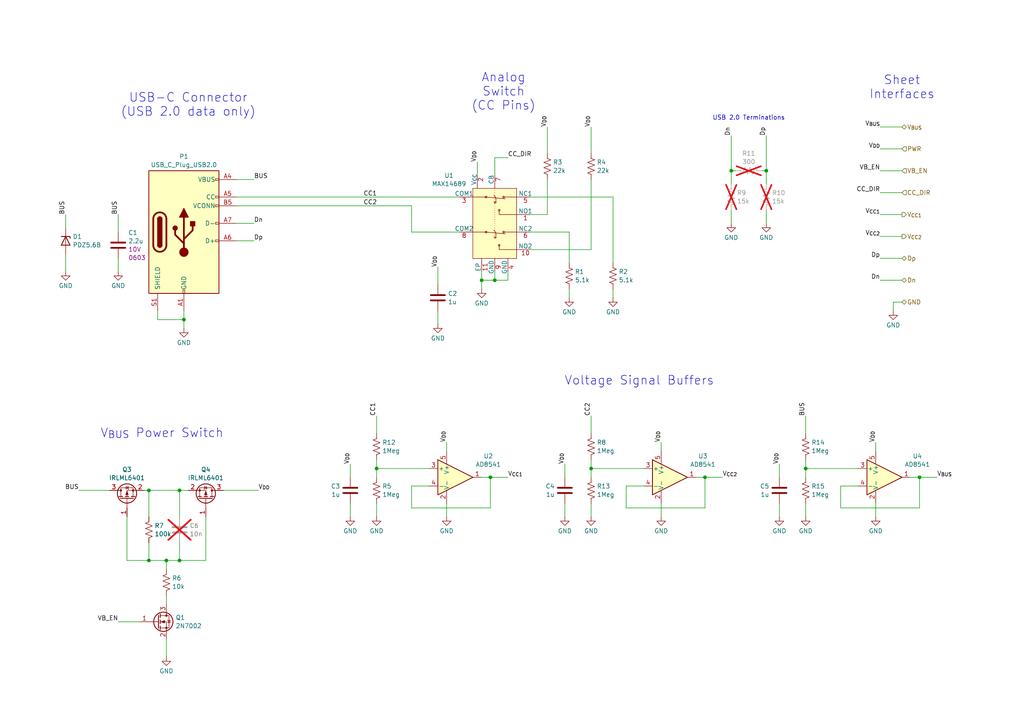
<source format=kicad_sch>
(kicad_sch (version 20231120) (generator "eeschema") (generator_version "8.0")
  (paper "A4")
  (title_block (title "USB Interface") (date "2025-01-24") (rev "0") (comment 1 "All capacitors 16V 10% X5R 0402 unless noted") (comment 2 "All resistors 1/16W 1% 0402 unless noted"))
  (lib_symbols
    (symbol "Connector:USB_C_Plug_USB2.0" (pin_names (offset 1.016))
      (property "Reference" "P" (at -10.16 19.05 0))
      (property "Value" "USB_C_Plug_USB2.0" (at 12.7 19.05 0))
      (symbol "USB_C_Plug_USB2.0_0_0"
        (rectangle (start -0.254 -17.78) (end 0.254 -16.764))
        (rectangle (start 10.16 -2.286) (end 9.144 -2.794))
        (rectangle (start 10.16 2.794) (end 9.144 2.286))
        (rectangle (start 10.16 7.874) (end 9.144 7.366))
        (rectangle (start 10.16 10.414) (end 9.144 9.906))
        (rectangle (start 10.16 15.494) (end 9.144 14.986))
      )
      (symbol "USB_C_Plug_USB2.0_0_1"
        (rectangle (start -10.16 17.78) (end 10.16 -17.78) (stroke (width 0.254)) (fill (type background)))
        (arc (start -8.89 -3.81) (mid -6.985 -5.7067) (end -5.08 -3.81) (stroke (width 0.508)))
        (arc (start -7.62 -3.81) (mid -6.985 -4.4423) (end -6.35 -3.81) (stroke (width 0.254)))
        (arc (start -7.62 -3.81) (mid -6.985 -4.4423) (end -6.35 -3.81) (stroke (width 0.254)) (fill (type outline)))
        (rectangle (start -7.62 -3.81) (end -6.35 3.81) (stroke (width 0.254)) (fill (type outline)))
        (arc (start -6.35 3.81) (mid -6.985 4.4423) (end -7.62 3.81) (stroke (width 0.254)))
        (arc (start -6.35 3.81) (mid -6.985 4.4423) (end -7.62 3.81) (stroke (width 0.254)) (fill (type outline)))
        (arc (start -5.08 3.81) (mid -6.985 5.7067) (end -8.89 3.81) (stroke (width 0.508)))
        (circle (center -2.54 1.143) (radius 0.635) (stroke (width 0.254)) (fill (type outline)))
        (circle (center 0 -5.842) (radius 1.27) (fill (type outline)))
        (polyline (pts (xy -8.89 -3.81) (xy -8.89 3.81)) (stroke (width 0.508)))
        (polyline (pts (xy -5.08 3.81) (xy -5.08 -3.81)) (stroke (width 0.508)))
        (polyline (pts (xy 0 -5.842) (xy 0 4.318)) (stroke (width 0.508)))
        (polyline (pts (xy 0 -3.302) (xy -2.54 -0.762) (xy -2.54 0.508)) (stroke (width 0.508)))
        (polyline (pts (xy 0 -2.032) (xy 2.54 0.508) (xy 2.54 1.778)) (stroke (width 0.508)))
        (polyline (pts (xy -1.27 4.318) (xy 0 6.858) (xy 1.27 4.318) (xy -1.27 4.318)) (stroke (width 0.254)) (fill (type outline)))
        (rectangle (start 1.905 1.778) (end 3.175 3.048) (stroke (width 0.254)) (fill (type outline)))
      )
      (symbol "USB_C_Plug_USB2.0_1_1"
        (pin passive line (at 0 -22.86 90) (length 5.08) (name "GND") (number "A1"))
        (pin passive line (at 0 -22.86 90) (length 5.08) hide (name "GND") (number "A12"))
        (pin passive line (at 15.24 15.24 180) (length 5.08) (name "VBUS") (number "A4"))
        (pin bidirectional line (at 15.24 10.16 180) (length 5.08) (name "CC") (number "A5"))
        (pin bidirectional line (at 15.24 -2.54 180) (length 5.08) (name "D+") (number "A6"))
        (pin bidirectional line (at 15.24 2.54 180) (length 5.08) (name "D-") (number "A7"))
        (pin passive line (at 15.24 15.24 180) (length 5.08) hide (name "VBUS") (number "A9"))
        (pin passive line (at 0 -22.86 90) (length 5.08) hide (name "GND") (number "B1"))
        (pin passive line (at 0 -22.86 90) (length 5.08) hide (name "GND") (number "B12"))
        (pin passive line (at 15.24 15.24 180) (length 5.08) hide (name "VBUS") (number "B4"))
        (pin bidirectional line (at 15.24 7.62 180) (length 5.08) (name "VCONN") (number "B5"))
        (pin passive line (at 15.24 15.24 180) (length 5.08) hide (name "VBUS") (number "B9"))
        (pin passive line (at -7.62 -22.86 90) (length 5.08) (name "SHIELD") (number "S1"))
      )
    )
    (symbol "Device:C" (pin_numbers hide) (pin_names (offset 0.254))
      (property "Reference" "C" (at 0.635 2.54 0))
      (property "Value" "C" (at 0.635 -2.54 0))
      (symbol "C_0_1"
        (polyline (pts (xy -2.032 -0.762) (xy 2.032 -0.762)) (stroke (width 0.508)))
        (polyline (pts (xy -2.032 0.762) (xy 2.032 0.762)) (stroke (width 0.508)))
      )
      (symbol "C_1_1"
        (pin passive line (at 0 3.81 270) (length 2.794) (name "~") (number "1"))
        (pin passive line (at 0 -3.81 90) (length 2.794) (name "~") (number "2"))
      )
    )
    (symbol "Device:D_Zener" (pin_numbers hide) (pin_names (offset 1.016) hide)
      (property "Reference" "D" (at 0 2.54 0))
      (property "Value" "D_Zener" (at 0 -2.54 0))
      (symbol "D_Zener_0_1"
        (polyline (pts (xy 1.27 0) (xy -1.27 0)))
        (polyline (pts (xy -1.27 -1.27) (xy -1.27 1.27) (xy -0.762 1.27)) (stroke (width 0.254)))
        (polyline (pts (xy 1.27 -1.27) (xy 1.27 1.27) (xy -1.27 0) (xy 1.27 -1.27)) (stroke (width 0.254)))
      )
      (symbol "D_Zener_1_1"
        (pin passive line (at -3.81 0 0) (length 2.54) (name "K") (number "1"))
        (pin passive line (at 3.81 0 180) (length 2.54) (name "A") (number "2"))
      )
    )
    (symbol "Device:R_US" (pin_numbers hide) (pin_names (offset 0))
      (property "Reference" "R" (at 2.54 0 90))
      (property "Value" "R_US" (at -2.54 0 90))
      (symbol "R_US_0_1"
        (polyline (pts (xy 0 -2.286) (xy 0 -2.54)))
        (polyline (pts (xy 0 2.286) (xy 0 2.54)))
        (polyline (pts (xy 0 -0.762) (xy 1.016 -1.143) (xy 0 -1.524) (xy -1.016 -1.905) (xy 0 -2.286)))
        (polyline (pts (xy 0 0.762) (xy 1.016 0.381) (xy 0 0) (xy -1.016 -0.381) (xy 0 -0.762)))
        (polyline (pts (xy 0 2.286) (xy 1.016 1.905) (xy 0 1.524) (xy -1.016 1.143) (xy 0 0.762)))
      )
      (symbol "R_US_1_1"
        (pin passive line (at 0 3.81 270) (length 1.27) (name "~") (number "1"))
        (pin passive line (at 0 -3.81 90) (length 1.27) (name "~") (number "2"))
      )
    )
    (symbol "HPB_symbols:AD8541" (pin_names (offset 0.127))
      (property "Reference" "U" (at 0 5.08 0))
      (property "Value" "AD8541" (at 0 -5.08 0))
      (symbol "AD8541_0_1"
        (polyline (pts (xy -5.08 5.08) (xy 5.08 0) (xy -5.08 -5.08) (xy -5.08 5.08)) (stroke (width 0.254)) (fill (type background)))
        (pin power_in line (at -2.54 -7.62 90) (length 3.81) (name "V-") (number "2"))
        (pin power_in line (at -2.54 7.62 270) (length 3.81) (name "V+") (number "5"))
      )
      (symbol "AD8541_1_1"
        (pin output line (at 7.62 0 180) (length 2.54) (name "~") (number "1"))
        (pin input line (at -7.62 2.54 0) (length 2.54) (name "+") (number "3"))
        (pin input line (at -7.62 -2.54 0) (length 2.54) (name "-") (number "4"))
      )
    )
    (symbol "HPB_symbols:MAX14689AETB" (pin_names (offset 0))
      (property "Reference" "U" (at -5.588 11.43 0))
      (property "Value" "MAX14689" (at 0.254 0 0))
      (symbol "MAX14689AETB_0_1"
        (circle (center -2.54 -2.54) (radius 0.254))
        (circle (center -2.54 7.62) (radius 0.254))
        (circle (center -1.27 -6.35) (radius 0.254))
        (circle (center -1.27 3.81) (radius 0.254))
        (polyline (pts (xy -2.54 -2.54) (xy -7.62 -2.54)))
        (polyline (pts (xy -2.54 7.62) (xy -7.62 7.62)))
        (polyline (pts (xy 0 -4.318) (xy -0.508 -4.064)))
        (polyline (pts (xy 0 5.842) (xy -0.508 6.096)))
        (polyline (pts (xy 0.254 -3.81) (xy 0 -4.318)))
        (polyline (pts (xy 0.254 6.35) (xy 0 5.842)))
        (polyline (pts (xy 2.54 -2.54) (xy -3.048 -3.048)))
        (polyline (pts (xy 2.54 -2.54) (xy 7.62 -2.54)))
        (polyline (pts (xy 2.54 7.62) (xy -3.048 7.112)))
        (polyline (pts (xy 2.54 7.62) (xy 7.62 7.62)))
        (polyline (pts (xy -1.27 -6.35) (xy -1.27 -7.62) (xy -7.62 -7.62)))
        (polyline (pts (xy -1.27 3.81) (xy -1.27 2.54) (xy -7.62 2.54)))
        (arc (start 0.254 -2.032) (mid -0.3464 -3.1224) (end 0 -4.318))
        (arc (start 0.254 8.128) (mid -0.3464 7.0376) (end 0 5.842))
        (circle (center 2.54 -2.54) (radius 0.254))
        (circle (center 2.54 7.62) (radius 0.254))
      )
      (symbol "MAX14689AETB_1_1"
        (rectangle (start -6.35 10.16) (end 6.35 -10.16) (fill (type background)))
        (polyline (pts (xy -3.81 -11.43) (xy -3.81 -10.16)))
        (polyline (pts (xy 0 -11.43) (xy 0 -10.16)))
        (polyline (pts (xy 0 10.16) (xy 0 -3.81)) (stroke (width 0) (type dot)))
        (polyline (pts (xy 0 11.43) (xy 0 10.16)))
        (polyline (pts (xy 3.81 -11.43) (xy 3.81 -10.16)))
        (polyline (pts (xy 5.08 11.43) (xy 5.08 10.16)))
        (pin bidirectional line (at -10.16 2.54 0) (length 2.54) (name "NO1") (number "1"))
        (pin bidirectional line (at -10.16 -7.62 0) (length 2.54) (name "NO2") (number "10"))
        (pin bidirectional line (at 3.81 -13.97 90) (length 2.54) (name "EP") (number "11"))
        (pin input line (at 5.08 13.97 270) (length 2.54) (name "V_{CC}") (number "2"))
        (pin bidirectional line (at 10.16 7.62 180) (length 2.54) (name "COM1") (number "3"))
        (pin bidirectional line (at -3.81 -13.97 90) (length 2.54) (name "GND") (number "4"))
        (pin bidirectional line (at -10.16 7.62 0) (length 2.54) (name "NC1") (number "5"))
        (pin bidirectional line (at -10.16 -2.54 0) (length 2.54) (name "NC2") (number "6"))
        (pin input line (at 0 13.97 270) (length 2.54) (name "CB") (number "7"))
        (pin bidirectional line (at 10.16 -2.54 180) (length 2.54) (name "COM2") (number "8"))
        (pin bidirectional line (at 0 -13.97 90) (length 2.54) (name "GND") (number "9"))
      )
    )
    (symbol "Transistor_FET:2N7002" (pin_names hide)
      (property "Reference" "Q" (at 5.08 1.905 0))
      (property "Value" "2N7002" (at 5.08 0 0))
      (symbol "2N7002_0_1"
        (polyline (pts (xy 0.254 0) (xy -2.54 0)))
        (polyline (pts (xy 0.254 1.905) (xy 0.254 -1.905)) (stroke (width 0.254)))
        (polyline (pts (xy 0.762 -1.27) (xy 0.762 -2.286)) (stroke (width 0.254)))
        (polyline (pts (xy 0.762 0.508) (xy 0.762 -0.508)) (stroke (width 0.254)))
        (polyline (pts (xy 0.762 2.286) (xy 0.762 1.27)) (stroke (width 0.254)))
        (polyline (pts (xy 2.54 2.54) (xy 2.54 1.778)))
        (polyline (pts (xy 2.54 -2.54) (xy 2.54 0) (xy 0.762 0)))
        (polyline (pts (xy 0.762 -1.778) (xy 3.302 -1.778) (xy 3.302 1.778) (xy 0.762 1.778)))
        (polyline (pts (xy 1.016 0) (xy 2.032 0.381) (xy 2.032 -0.381) (xy 1.016 0)) (fill (type outline)))
        (polyline (pts (xy 2.794 0.508) (xy 2.921 0.381) (xy 3.683 0.381) (xy 3.81 0.254)))
        (polyline (pts (xy 3.302 0.381) (xy 2.921 -0.254) (xy 3.683 -0.254) (xy 3.302 0.381)))
        (circle (center 1.651 0) (radius 2.794) (stroke (width 0.254)))
        (circle (center 2.54 -1.778) (radius 0.254) (fill (type outline)))
        (circle (center 2.54 1.778) (radius 0.254) (fill (type outline)))
      )
      (symbol "2N7002_1_1"
        (pin input line (at -5.08 0 0) (length 2.54) (name "G") (number "1"))
        (pin passive line (at 2.54 -5.08 90) (length 2.54) (name "S") (number "2"))
        (pin passive line (at 2.54 5.08 270) (length 2.54) (name "D") (number "3"))
      )
    )
    (symbol "Transistor_FET:IRLML6401" (pin_names hide)
      (property "Reference" "Q" (at 5.08 1.905 0))
      (property "Value" "IRLML6401" (at 5.08 0 0))
      (symbol "IRLML6401_0_1"
        (polyline (pts (xy 0.254 0) (xy -2.54 0)))
        (polyline (pts (xy 0.254 1.905) (xy 0.254 -1.905)) (stroke (width 0.254)))
        (polyline (pts (xy 0.762 -1.27) (xy 0.762 -2.286)) (stroke (width 0.254)))
        (polyline (pts (xy 0.762 0.508) (xy 0.762 -0.508)) (stroke (width 0.254)))
        (polyline (pts (xy 0.762 2.286) (xy 0.762 1.27)) (stroke (width 0.254)))
        (polyline (pts (xy 2.54 2.54) (xy 2.54 1.778)))
        (polyline (pts (xy 2.54 -2.54) (xy 2.54 0) (xy 0.762 0)))
        (polyline (pts (xy 0.762 1.778) (xy 3.302 1.778) (xy 3.302 -1.778) (xy 0.762 -1.778)))
        (polyline (pts (xy 2.286 0) (xy 1.27 0.381) (xy 1.27 -0.381) (xy 2.286 0)) (fill (type outline)))
        (polyline (pts (xy 2.794 -0.508) (xy 2.921 -0.381) (xy 3.683 -0.381) (xy 3.81 -0.254)))
        (polyline (pts (xy 3.302 -0.381) (xy 2.921 0.254) (xy 3.683 0.254) (xy 3.302 -0.381)))
        (circle (center 1.651 0) (radius 2.794) (stroke (width 0.254)))
        (circle (center 2.54 -1.778) (radius 0.254) (fill (type outline)))
        (circle (center 2.54 1.778) (radius 0.254) (fill (type outline)))
      )
      (symbol "IRLML6401_1_1"
        (pin input line (at -5.08 0 0) (length 2.54) (name "G") (number "1"))
        (pin passive line (at 2.54 -5.08 90) (length 2.54) (name "S") (number "2"))
        (pin passive line (at 2.54 5.08 270) (length 2.54) (name "D") (number "3"))
      )
    )
    (symbol "power:GND" (power) (pin_numbers hide) (pin_names (offset 0) hide)
      (property "Value" "GND" (at 0 -3.81 0))
      (symbol "GND_0_1"
        (polyline (pts (xy 0 0) (xy 0 -1.27) (xy 1.27 -1.27) (xy 0 -2.54) (xy -1.27 -1.27) (xy 0 -1.27)))
      )
      (symbol "GND_1_1"
        (pin power_in line (at 0 0 270) (length 0) (name "~") (number "1"))
      )
    )
  )
  (junction (at 266.7 138.43))
  (junction (at 139.7 81.28))
  (junction (at 52.07 162.56))
  (junction (at 43.18 142.24))
  (junction (at 53.34 92.71))
  (junction (at 43.18 162.56))
  (junction (at 142.24 138.43))
  (junction (at 204.47 138.43))
  (junction (at 109.22 135.89))
  (junction (at 212.09 49.53))
  (junction (at 143.51 81.28))
  (junction (at 52.07 142.24))
  (junction (at 222.25 49.53))
  (junction (at 48.26 162.56))
  (junction (at 171.45 135.89))
  (junction (at 233.68 135.89))
  (wire (pts (xy 158.75 62.23) (xy 153.67 62.23)))
  (wire (pts (xy 212.09 60.96) (xy 212.09 64.77)))
  (wire (pts (xy 142.24 147.32) (xy 142.24 138.43)))
  (wire (pts (xy 204.47 138.43) (xy 209.55 138.43)))
  (wire (pts (xy 43.18 162.56) (xy 48.26 162.56)))
  (wire (pts (xy 186.69 140.97) (xy 181.61 140.97)))
  (wire (pts (xy 119.38 59.69) (xy 119.38 67.31)))
  (wire (pts (xy 109.22 135.89) (xy 109.22 138.43)))
  (wire (pts (xy 45.72 90.17) (xy 45.72 92.71)))
  (wire (pts (xy 36.83 162.56) (xy 43.18 162.56)))
  (wire (pts (xy 233.68 133.35) (xy 233.68 135.89)))
  (wire (pts (xy 139.7 78.74) (xy 139.7 81.28)))
  (wire (pts (xy 165.1 67.31) (xy 165.1 76.2)))
  (wire (pts (xy 266.7 138.43) (xy 271.78 138.43)))
  (wire (pts (xy 226.06 146.05) (xy 226.06 149.86)))
  (wire (pts (xy 220.98 49.53) (xy 222.25 49.53)))
  (wire (pts (xy 143.51 50.8) (xy 143.51 45.72)))
  (wire (pts (xy 52.07 142.24) (xy 54.61 142.24)))
  (wire (pts (xy 261.62 81.28) (xy 255.27 81.28)))
  (wire (pts (xy 48.26 172.72) (xy 48.26 175.26)))
  (wire (pts (xy 181.61 140.97) (xy 181.61 147.32)))
  (wire (pts (xy 43.18 142.24) (xy 43.18 149.86)))
  (wire (pts (xy 139.7 138.43) (xy 142.24 138.43)))
  (wire (pts (xy 36.83 149.86) (xy 36.83 162.56)))
  (wire (pts (xy 53.34 90.17) (xy 53.34 92.71)))
  (wire (pts (xy 19.05 73.66) (xy 19.05 78.74)))
  (wire (pts (xy 177.8 83.82) (xy 177.8 86.36)))
  (wire (pts (xy 19.05 62.23) (xy 19.05 66.04)))
  (wire (pts (xy 68.58 59.69) (xy 119.38 59.69)))
  (wire (pts (xy 109.22 120.65) (xy 109.22 125.73)))
  (wire (pts (xy 59.69 149.86) (xy 59.69 162.56)))
  (wire (pts (xy 255.27 49.53) (xy 261.62 49.53)))
  (wire (pts (xy 261.62 74.93) (xy 255.27 74.93)))
  (wire (pts (xy 129.54 146.05) (xy 129.54 149.86)))
  (wire (pts (xy 143.51 45.72) (xy 147.32 45.72)))
  (wire (pts (xy 222.25 60.96) (xy 222.25 64.77)))
  (wire (pts (xy 45.72 92.71) (xy 53.34 92.71)))
  (wire (pts (xy 68.58 52.07) (xy 73.66 52.07)))
  (wire (pts (xy 143.51 78.74) (xy 143.51 81.28)))
  (wire (pts (xy 119.38 67.31) (xy 133.35 67.31)))
  (wire (pts (xy 255.27 43.18) (xy 261.62 43.18)))
  (wire (pts (xy 41.91 142.24) (xy 43.18 142.24)))
  (wire (pts (xy 119.38 140.97) (xy 119.38 147.32)))
  (wire (pts (xy 142.24 138.43) (xy 147.32 138.43)))
  (wire (pts (xy 171.45 146.05) (xy 171.45 149.86)))
  (wire (pts (xy 64.77 142.24) (xy 74.93 142.24)))
  (wire (pts (xy 254 128.27) (xy 254 130.81)))
  (wire (pts (xy 127 77.47) (xy 127 82.55)))
  (wire (pts (xy 233.68 135.89) (xy 233.68 138.43)))
  (wire (pts (xy 204.47 147.32) (xy 204.47 138.43)))
  (wire (pts (xy 222.25 49.53) (xy 222.25 53.34)))
  (wire (pts (xy 68.58 57.15) (xy 133.35 57.15)))
  (wire (pts (xy 48.26 162.56) (xy 48.26 165.1)))
  (wire (pts (xy 255.27 68.58) (xy 261.62 68.58)))
  (wire (pts (xy 158.75 36.83) (xy 158.75 44.45)))
  (wire (pts (xy 68.58 69.85) (xy 73.66 69.85)))
  (wire (pts (xy 171.45 120.65) (xy 171.45 125.73)))
  (wire (pts (xy 153.67 67.31) (xy 165.1 67.31)))
  (wire (pts (xy 212.09 39.37) (xy 212.09 49.53)))
  (wire (pts (xy 259.08 90.17) (xy 259.08 87.63)))
  (wire (pts (xy 171.45 135.89) (xy 171.45 138.43)))
  (wire (pts (xy 48.26 162.56) (xy 52.07 162.56)))
  (wire (pts (xy 153.67 57.15) (xy 177.8 57.15)))
  (wire (pts (xy 124.46 140.97) (xy 119.38 140.97)))
  (wire (pts (xy 248.92 140.97) (xy 243.84 140.97)))
  (wire (pts (xy 171.45 135.89) (xy 186.69 135.89)))
  (wire (pts (xy 138.43 46.99) (xy 138.43 50.8)))
  (wire (pts (xy 53.34 92.71) (xy 53.34 95.25)))
  (wire (pts (xy 254 146.05) (xy 254 149.86)))
  (wire (pts (xy 233.68 135.89) (xy 248.92 135.89)))
  (wire (pts (xy 52.07 157.48) (xy 52.07 162.56)))
  (wire (pts (xy 127 90.17) (xy 127 93.98)))
  (wire (pts (xy 201.93 138.43) (xy 204.47 138.43)))
  (wire (pts (xy 109.22 133.35) (xy 109.22 135.89)))
  (wire (pts (xy 233.68 146.05) (xy 233.68 149.86)))
  (wire (pts (xy 119.38 147.32) (xy 142.24 147.32)))
  (wire (pts (xy 143.51 81.28) (xy 147.32 81.28)))
  (wire (pts (xy 264.16 138.43) (xy 266.7 138.43)))
  (wire (pts (xy 22.86 142.24) (xy 31.75 142.24)))
  (wire (pts (xy 139.7 81.28) (xy 143.51 81.28)))
  (wire (pts (xy 34.29 74.93) (xy 34.29 78.74)))
  (wire (pts (xy 171.45 72.39) (xy 171.45 52.07)))
  (wire (pts (xy 139.7 81.28) (xy 139.7 83.82)))
  (wire (pts (xy 43.18 157.48) (xy 43.18 162.56)))
  (wire (pts (xy 48.26 185.42) (xy 48.26 190.5)))
  (wire (pts (xy 181.61 147.32) (xy 204.47 147.32)))
  (wire (pts (xy 226.06 134.62) (xy 226.06 138.43)))
  (wire (pts (xy 233.68 120.65) (xy 233.68 125.73)))
  (wire (pts (xy 243.84 147.32) (xy 266.7 147.32)))
  (wire (pts (xy 163.83 146.05) (xy 163.83 149.86)))
  (wire (pts (xy 109.22 135.89) (xy 124.46 135.89)))
  (wire (pts (xy 101.6 134.62) (xy 101.6 138.43)))
  (wire (pts (xy 34.29 62.23) (xy 34.29 67.31)))
  (wire (pts (xy 212.09 49.53) (xy 213.36 49.53)))
  (wire (pts (xy 52.07 142.24) (xy 52.07 149.86)))
  (wire (pts (xy 171.45 133.35) (xy 171.45 135.89)))
  (wire (pts (xy 163.83 134.62) (xy 163.83 138.43)))
  (wire (pts (xy 153.67 72.39) (xy 171.45 72.39)))
  (wire (pts (xy 68.58 64.77) (xy 73.66 64.77)))
  (wire (pts (xy 34.29 180.34) (xy 40.64 180.34)))
  (wire (pts (xy 165.1 83.82) (xy 165.1 86.36)))
  (wire (pts (xy 191.77 128.27) (xy 191.77 130.81)))
  (wire (pts (xy 259.08 87.63) (xy 261.62 87.63)))
  (wire (pts (xy 109.22 146.05) (xy 109.22 149.86)))
  (wire (pts (xy 43.18 142.24) (xy 52.07 142.24)))
  (wire (pts (xy 266.7 147.32) (xy 266.7 138.43)))
  (wire (pts (xy 147.32 78.74) (xy 147.32 81.28)))
  (wire (pts (xy 177.8 57.15) (xy 177.8 76.2)))
  (wire (pts (xy 171.45 36.83) (xy 171.45 44.45)))
  (wire (pts (xy 255.27 36.83) (xy 261.62 36.83)))
  (wire (pts (xy 101.6 146.05) (xy 101.6 149.86)))
  (wire (pts (xy 52.07 162.56) (xy 59.69 162.56)))
  (wire (pts (xy 255.27 55.88) (xy 261.62 55.88)))
  (wire (pts (xy 158.75 52.07) (xy 158.75 62.23)))
  (wire (pts (xy 129.54 128.27) (xy 129.54 130.81)))
  (wire (pts (xy 255.27 62.23) (xy 261.62 62.23)))
  (wire (pts (xy 212.09 49.53) (xy 212.09 53.34)))
  (wire (pts (xy 243.84 140.97) (xy 243.84 147.32)))
  (wire (pts (xy 222.25 39.37) (xy 222.25 49.53)))
  (wire (pts (xy 191.77 146.05) (xy 191.77 149.86)))
  (text "Sheet\nInterfaces" (at 261.62 25.4 0) (effects (font (size 2.54 2.54))))
  (text "V_{BUS} Power Switch" (at 46.99 125.73 0) (effects (font (size 2.54 2.54))))
  (text "Analog\nSwitch\n(CC Pins)" (at 146.05 26.67 0) (effects (font (size 2.54 2.54))))
  (text "Voltage Signal Buffers" (at 185.42 110.49 0) (effects (font (size 2.54 2.54))))
  (text "USB-C Connector\n(USB 2.0 data only)" (at 54.61 30.48 0) (effects (font (size 2.54 2.54))))
  (text "USB 2.0 Terminations" (at 217.17 34.29 0) (effects (font (size 1.27 1.27))))
  (label "CC1" (at 109.22 120.65 90))
  (label "V_{DD}" (at 254 128.27 90))
  (label "Dp" (at 222.25 39.37 90))
  (label "BUS" (at 19.05 62.23 90))
  (label "V_{DD}" (at 129.54 128.27 90))
  (label "CC_DIR" (at 255.27 55.88 180))
  (label "V_{DD}" (at 74.93 142.24 0))
  (label "V_{DD}" (at 191.77 128.27 90))
  (label "V_{DD}" (at 101.6 134.62 90))
  (label "CC2" (at 171.45 120.65 90))
  (label "Dp" (at 255.27 74.93 180))
  (label "VB_EN" (at 34.29 180.34 180))
  (label "BUS" (at 233.68 120.65 90))
  (label "V_{CC1}" (at 147.32 138.43 0))
  (label "V_{CC2}" (at 255.27 68.58 180))
  (label "VB_EN" (at 255.27 49.53 180))
  (label "V_{DD}" (at 138.43 46.99 90))
  (label "BUS" (at 34.29 62.23 90))
  (label "Dn" (at 255.27 81.28 180))
  (label "V_{DD}" (at 255.27 43.18 180))
  (label "V_{DD}" (at 163.83 134.62 90))
  (label "V_{BUS}" (at 255.27 36.83 180))
  (label "V_{DD}" (at 158.75 36.83 90))
  (label "V_{CC2}" (at 209.55 138.43 0))
  (label "Dn" (at 212.09 39.37 90))
  (label "CC1" (at 105.41 57.15 0))
  (label "BUS" (at 73.66 52.07 0))
  (label "V_{CC1}" (at 255.27 62.23 180))
  (label "V_{DD}" (at 226.06 134.62 90))
  (label "V_{DD}" (at 127 77.47 90))
  (label "CC2" (at 105.41 59.69 0))
  (label "BUS" (at 22.86 142.24 180))
  (label "Dn" (at 73.66 64.77 0))
  (label "CC_DIR" (at 147.32 45.72 0))
  (label "Dp" (at 73.66 69.85 0))
  (label "V_{DD}" (at 171.45 36.83 90))
  (label "V_{BUS}" (at 271.78 138.43 0))
  (hierarchical_label "V_{CC1}" (shape output) (at 261.62 62.23 0))
  (hierarchical_label "GND" (shape bidirectional) (at 261.62 87.63 0))
  (hierarchical_label "CC_DIR" (shape input) (at 261.62 55.88 0))
  (hierarchical_label "V_{CC2}" (shape output) (at 261.62 68.58 0))
  (hierarchical_label "Dn" (shape bidirectional) (at 261.62 81.28 0))
  (hierarchical_label "PWR" (shape input) (at 261.62 43.18 0))
  (hierarchical_label "Dp" (shape bidirectional) (at 261.62 74.93 0))
  (hierarchical_label "VB_EN" (shape input) (at 261.62 49.53 0))
  (hierarchical_label "V_{BUS}" (shape bidirectional) (at 261.62 36.83 0))
  (symbol (lib_id "Device:R_US") (at 222.25 57.15 0) (mirror y) (unit 1) (dnp yes)
    (property "Reference" "R10" (at 223.901 55.9378 0) (effects (justify right)))
    (property "Value" "15k" (at 223.901 58.3621 0) (effects (justify right)))
    (property "Footprint" "Resistor_SMD:R_0402_1005Metric_Pad0.72x0.64mm_HandSolder" (effects (hide yes)))
    (property "Description" "Resistor, US symbol" (effects (hide yes)))
  )
  (symbol (lib_id "Device:R_US") (at 177.8 80.01 0) (unit 1)
    (property "Reference" "R2" (at 179.451 78.7978 0) (effects (justify left)))
    (property "Value" "5.1k" (at 179.451 81.2221 0) (effects (justify left)))
    (property "Footprint" "Resistor_SMD:R_0402_1005Metric_Pad0.72x0.64mm_HandSolder" (effects (hide yes)))
    (property "Description" "Resistor, US symbol" (effects (hide yes)))
  )
  (symbol (lib_id "power:GND") (at 259.08 90.17 0) (unit 1)
    (property "Reference" "#PWR05" (effects (hide yes)))
    (property "Value" "GND" (at 259.08 94.3031 0))
    (property "Description" "Power symbol creates a global label with name \"GND\" , ground" (effects (hide yes)))
  )
  (symbol (lib_id "Device:C") (at 226.06 142.24 0) (mirror y) (unit 1)
    (property "Reference" "C5" (at 223.139 141.0278 0) (effects (justify left)))
    (property "Value" "1u" (at 223.139 143.4521 0) (effects (justify left)))
    (property "Footprint" "Capacitor_SMD:C_0402_1005Metric_Pad0.74x0.62mm_HandSolder" (effects (hide yes)))
    (property "Description" "Unpolarized capacitor" (effects (hide yes)))
    (property "MfrNum" "generic" (effects (hide yes)))
    (property "VRating" "16V" (effects (hide yes)))
    (property "Size" "0402" (effects (hide yes)))
  )
  (symbol (lib_id "power:GND") (at 233.68 149.86 0) (mirror y) (unit 1)
    (property "Reference" "#PWR015" (effects (hide yes)))
    (property "Value" "GND" (at 233.68 153.9931 0))
    (property "Description" "Power symbol creates a global label with name \"GND\" , ground" (effects (hide yes)))
  )
  (symbol (lib_id "power:GND") (at 129.54 149.86 0) (mirror y) (unit 1)
    (property "Reference" "#PWR010" (effects (hide yes)))
    (property "Value" "GND" (at 129.54 153.9931 0))
    (property "Description" "Power symbol creates a global label with name \"GND\" , ground" (effects (hide yes)))
  )
  (symbol (lib_id "power:GND") (at 212.09 64.77 0) (unit 1)
    (property "Reference" "#PWR017" (effects (hide yes)))
    (property "Value" "GND" (at 212.09 68.9031 0))
    (property "Description" "Power symbol creates a global label with name \"GND\" , ground" (effects (hide yes)))
  )
  (symbol (lib_id "Device:R_US") (at 158.75 48.26 0) (unit 1)
    (property "Reference" "R3" (at 160.401 47.0478 0) (effects (justify left)))
    (property "Value" "22k" (at 160.401 49.4721 0) (effects (justify left)))
    (property "Footprint" "Resistor_SMD:R_0402_1005Metric_Pad0.72x0.64mm_HandSolder" (effects (hide yes)))
    (property "Description" "Resistor, US symbol" (effects (hide yes)))
  )
  (symbol (lib_id "power:GND") (at 177.8 86.36 0) (unit 1)
    (property "Reference" "#PWR04" (effects (hide yes)))
    (property "Value" "GND" (at 177.8 90.4931 0))
    (property "Description" "Power symbol creates a global label with name \"GND\" , ground" (effects (hide yes)))
  )
  (symbol (lib_id "Device:R_US") (at 109.22 129.54 0) (mirror y) (unit 1)
    (property "Reference" "R12" (at 110.871 128.3278 0) (effects (justify right)))
    (property "Value" "1Meg" (at 110.871 130.7521 0) (effects (justify right)))
    (property "Footprint" "Resistor_SMD:R_0402_1005Metric_Pad0.72x0.64mm_HandSolder" (effects (hide yes)))
    (property "Description" "Resistor, US symbol" (effects (hide yes)))
  )
  (symbol (lib_id "power:GND") (at 53.34 95.25 0) (unit 1)
    (property "Reference" "#PWR01" (effects (hide yes)))
    (property "Value" "GND" (at 53.34 99.3831 0))
    (property "Description" "Power symbol creates a global label with name \"GND\" , ground" (effects (hide yes)))
  )
  (symbol (lib_id "Device:R_US") (at 233.68 142.24 0) (mirror y) (unit 1)
    (property "Reference" "R15" (at 235.331 141.0278 0) (effects (justify right)))
    (property "Value" "1Meg" (at 235.331 143.4521 0) (effects (justify right)))
    (property "Footprint" "Resistor_SMD:R_0402_1005Metric_Pad0.72x0.64mm_HandSolder" (effects (hide yes)))
    (property "Description" "Resistor, US symbol" (effects (hide yes)))
  )
  (symbol (lib_id "power:GND") (at 48.26 190.5 0) (mirror y) (unit 1)
    (property "Reference" "#PWR09" (effects (hide yes)))
    (property "Value" "GND" (at 48.26 194.6331 0))
    (property "Description" "Power symbol creates a global label with name \"GND\" , ground" (effects (hide yes)))
  )
  (symbol (lib_id "Device:C") (at 101.6 142.24 0) (mirror y) (unit 1)
    (property "Reference" "C3" (at 98.679 141.0278 0) (effects (justify left)))
    (property "Value" "1u" (at 98.679 143.4521 0) (effects (justify left)))
    (property "Footprint" "Capacitor_SMD:C_0402_1005Metric_Pad0.74x0.62mm_HandSolder" (effects (hide yes)))
    (property "Description" "Unpolarized capacitor" (effects (hide yes)))
    (property "MfrNum" "generic" (effects (hide yes)))
    (property "VRating" "16V" (effects (hide yes)))
    (property "Size" "0402" (effects (hide yes)))
  )
  (symbol (lib_id "Device:C") (at 34.29 71.12 0) (unit 1)
    (property "Reference" "C1" (at 37.211 67.4835 0) (effects (justify left)))
    (property "Value" "2.2u" (at 37.211 69.9078 0) (effects (justify left)))
    (property "Footprint" "Capacitor_SMD:C_0603_1608Metric_Pad1.08x0.95mm_HandSolder" (effects (hide yes)))
    (property "Description" "Unpolarized capacitor" (effects (hide yes)))
    (property "MfrNum" "generic" (effects (hide yes)))
    (property "VRating" "10V" (at 37.211 72.3321 0) (effects (justify left)))
    (property "Size" "0603" (at 37.211 74.7564 0) (effects (justify left)))
  )
  (symbol (lib_id "Device:D_Zener") (at 19.05 69.85 270) (unit 1)
    (property "Reference" "D1" (at 21.082 68.6378 90) (effects (justify left)))
    (property "Value" "PDZ5.6B" (at 21.082 71.0621 90) (effects (justify left)))
    (property "Footprint" "Diode_SMD:D_SOD-123" (effects (hide yes)))
    (property "Datasheet" "https://assets.nexperia.com/documents/data-sheet/PDZ-GW_SER.pdf" (effects (hide yes)))
    (property "Description" "Zener diode" (effects (hide yes)))
    (property "MfrNum" "Nexperia_PDZ5.6BGWJ" (effects (hide yes)))
  )
  (symbol (lib_id "Device:C") (at 127 86.36 0) (unit 1)
    (property "Reference" "C2" (at 129.921 85.1478 0) (effects (justify left)))
    (property "Value" "1u" (at 129.921 87.5721 0) (effects (justify left)))
    (property "Footprint" "Capacitor_SMD:C_0402_1005Metric_Pad0.74x0.62mm_HandSolder" (effects (hide yes)))
    (property "Description" "Unpolarized capacitor" (effects (hide yes)))
    (property "MfrNum" "generic" (effects (hide yes)))
    (property "VRating" "16V" (effects (hide yes)))
    (property "Size" "0402" (effects (hide yes)))
  )
  (symbol (lib_id "power:GND") (at 19.05 78.74 0) (unit 1)
    (property "Reference" "#PWR016" (effects (hide yes)))
    (property "Value" "GND" (at 19.05 82.8731 0))
    (property "Description" "Power symbol creates a global label with name \"GND\" , ground" (effects (hide yes)))
  )
  (symbol (lib_id "Transistor_FET:IRLML6401") (at 36.83 144.78 90) (unit 1)
    (property "Reference" "Q3" (at 36.83 136.1905 90))
    (property "Value" "IRLML6401" (at 36.83 138.6148 90))
    (property "Footprint" "Package_TO_SOT_SMD:SOT-23" (effects (hide yes)))
    (property "Datasheet" "https://www.infineon.com/dgdl/irlml6401pbf.pdf?fileId=5546d462533600a401535668b96d2634" (effects (hide yes)))
    (property "Description" "-4.3A Id, -12V Vds, 50mOhm Rds, P-Channel HEXFET Power MOSFET, SOT-23" (effects (hide yes)))
  )
  (symbol (lib_id "Device:R_US") (at 165.1 80.01 0) (unit 1)
    (property "Reference" "R1" (at 166.751 78.7978 0) (effects (justify left)))
    (property "Value" "5.1k" (at 166.751 81.2221 0) (effects (justify left)))
    (property "Footprint" "Resistor_SMD:R_0402_1005Metric_Pad0.72x0.64mm_HandSolder" (effects (hide yes)))
    (property "Description" "Resistor, US symbol" (effects (hide yes)))
  )
  (symbol (lib_id "Device:R_US") (at 109.22 142.24 0) (mirror y) (unit 1)
    (property "Reference" "R5" (at 110.871 141.0278 0) (effects (justify right)))
    (property "Value" "1Meg" (at 110.871 143.4521 0) (effects (justify right)))
    (property "Footprint" "Resistor_SMD:R_0402_1005Metric_Pad0.72x0.64mm_HandSolder" (effects (hide yes)))
    (property "Description" "Resistor, US symbol" (effects (hide yes)))
  )
  (symbol (lib_id "Transistor_FET:IRLML6401") (at 59.69 144.78 270) (mirror x) (unit 1)
    (property "Reference" "Q4" (at 59.69 136.1905 90))
    (property "Value" "IRLML6401" (at 59.69 138.6148 90))
    (property "Footprint" "Package_TO_SOT_SMD:SOT-23" (effects (hide yes)))
    (property "Datasheet" "https://www.infineon.com/dgdl/irlml6401pbf.pdf?fileId=5546d462533600a401535668b96d2634" (effects (hide yes)))
    (property "Description" "-4.3A Id, -12V Vds, 50mOhm Rds, P-Channel HEXFET Power MOSFET, SOT-23" (effects (hide yes)))
  )
  (symbol (lib_id "power:GND") (at 226.06 149.86 0) (mirror y) (unit 1)
    (property "Reference" "#PWR014" (effects (hide yes)))
    (property "Value" "GND" (at 226.06 153.9931 0))
    (property "Description" "Power symbol creates a global label with name \"GND\" , ground" (effects (hide yes)))
  )
  (symbol (lib_id "Connector:USB_C_Plug_USB2.0") (at 53.34 67.31 0) (unit 1)
    (property "Reference" "P1" (at 53.34 45.3855 0))
    (property "Value" "USB_C_Plug_USB2.0" (at 53.34 47.8098 0))
    (property "Footprint" "Connector_USB:USB_C_Receptacle_GCT_USB4085" (effects (hide yes)))
    (property "Datasheet" "https://www.usb.org/sites/default/files/documents/usb_type-c.zip" (effects (hide yes)))
    (property "Description" "USB 2.0-only Type-C Plug connector" (effects (hide yes)))
    (property "MfrNum" "GCT_USB4085-GF-A" (effects (hide yes)))
  )
  (symbol (lib_id "power:GND") (at 171.45 149.86 0) (mirror y) (unit 1)
    (property "Reference" "#PWR012" (effects (hide yes)))
    (property "Value" "GND" (at 171.45 153.9931 0))
    (property "Description" "Power symbol creates a global label with name \"GND\" , ground" (effects (hide yes)))
  )
  (symbol (lib_id "Device:C") (at 52.07 153.67 0) (unit 1) (dnp yes)
    (property "Reference" "C6" (at 54.991 152.4578 0) (effects (justify left)))
    (property "Value" "10n" (at 54.991 154.8821 0) (effects (justify left)))
    (property "Footprint" "Capacitor_SMD:C_0402_1005Metric_Pad0.74x0.62mm_HandSolder" (effects (hide yes)))
    (property "Description" "Unpolarized capacitor" (effects (hide yes)))
    (property "MfrNum" "generic" (effects (hide yes)))
    (property "VRating" "16V" (effects (hide yes)))
    (property "Size" "0402" (effects (hide yes)))
  )
  (symbol (lib_id "HPB_symbols:AD8541") (at 256.54 138.43 0) (unit 1)
    (property "Reference" "U4" (at 266.0915 132.285 0))
    (property "Value" "AD8541" (at 266.0915 134.7093 0))
    (property "Footprint" "Package_TO_SOT_SMD:TSOT-23-5" (effects (hide yes)))
    (property "Datasheet" "https://www.analog.com/media/en/technical-documentation/data-sheets/ad8541_8542_8544.pdf" (effects (hide yes)))
    (property "Description" "Precision Micropower, Low Noise CMOS, Rail-to-Rail Input/Output Operational Amplifier, TSOT-23-5" (effects (hide yes)))
  )
  (symbol (lib_id "HPB_symbols:MAX14689AETB") (at 143.51 64.77 0) (mirror y) (unit 1)
    (property "Reference" "U1" (at 130.2453 50.9034 0))
    (property "Value" "MAX14689" (at 130.2453 53.3277 0))
    (property "Footprint" "HPB_footprints:ADI_21-100013A" (effects (hide yes)))
  )
  (symbol (lib_id "Device:R_US") (at 171.45 48.26 0) (unit 1)
    (property "Reference" "R4" (at 173.101 47.0478 0) (effects (justify left)))
    (property "Value" "22k" (at 173.101 49.4721 0) (effects (justify left)))
    (property "Footprint" "Resistor_SMD:R_0402_1005Metric_Pad0.72x0.64mm_HandSolder" (effects (hide yes)))
    (property "Description" "Resistor, US symbol" (effects (hide yes)))
  )
  (symbol (lib_id "power:GND") (at 165.1 86.36 0) (unit 1)
    (property "Reference" "#PWR03" (effects (hide yes)))
    (property "Value" "GND" (at 165.1 90.4931 0))
    (property "Description" "Power symbol creates a global label with name \"GND\" , ground" (effects (hide yes)))
  )
  (symbol (lib_id "power:GND") (at 127 93.98 0) (unit 1)
    (property "Reference" "#PWR07" (effects (hide yes)))
    (property "Value" "GND" (at 127 98.1131 0))
    (property "Description" "Power symbol creates a global label with name \"GND\" , ground" (effects (hide yes)))
  )
  (symbol (lib_id "Device:R_US") (at 171.45 142.24 0) (mirror y) (unit 1)
    (property "Reference" "R13" (at 173.101 141.0278 0) (effects (justify right)))
    (property "Value" "1Meg" (at 173.101 143.4521 0) (effects (justify right)))
    (property "Footprint" "Resistor_SMD:R_0402_1005Metric_Pad0.72x0.64mm_HandSolder" (effects (hide yes)))
    (property "Description" "Resistor, US symbol" (effects (hide yes)))
  )
  (symbol (lib_id "power:GND") (at 139.7 83.82 0) (unit 1)
    (property "Reference" "#PWR02" (effects (hide yes)))
    (property "Value" "GND" (at 139.7 87.9531 0))
    (property "Description" "Power symbol creates a global label with name \"GND\" , ground" (effects (hide yes)))
  )
  (symbol (lib_id "power:GND") (at 101.6 149.86 0) (mirror y) (unit 1)
    (property "Reference" "#PWR011" (effects (hide yes)))
    (property "Value" "GND" (at 101.6 153.9931 0))
    (property "Description" "Power symbol creates a global label with name \"GND\" , ground" (effects (hide yes)))
  )
  (symbol (lib_id "Device:R_US") (at 171.45 129.54 0) (mirror y) (unit 1)
    (property "Reference" "R8" (at 173.101 128.3278 0) (effects (justify right)))
    (property "Value" "1Meg" (at 173.101 130.7521 0) (effects (justify right)))
    (property "Footprint" "Resistor_SMD:R_0402_1005Metric_Pad0.72x0.64mm_HandSolder" (effects (hide yes)))
    (property "Description" "Resistor, US symbol" (effects (hide yes)))
  )
  (symbol (lib_id "power:GND") (at 254 149.86 0) (mirror y) (unit 1)
    (property "Reference" "#PWR020" (effects (hide yes)))
    (property "Value" "GND" (at 254 153.9931 0))
    (property "Description" "Power symbol creates a global label with name \"GND\" , ground" (effects (hide yes)))
  )
  (symbol (lib_id "power:GND") (at 109.22 149.86 0) (mirror y) (unit 1)
    (property "Reference" "#PWR019" (effects (hide yes)))
    (property "Value" "GND" (at 109.22 153.9931 0))
    (property "Description" "Power symbol creates a global label with name \"GND\" , ground" (effects (hide yes)))
  )
  (symbol (lib_id "power:GND") (at 163.83 149.86 0) (mirror y) (unit 1)
    (property "Reference" "#PWR08" (effects (hide yes)))
    (property "Value" "GND" (at 163.83 153.9931 0))
    (property "Description" "Power symbol creates a global label with name \"GND\" , ground" (effects (hide yes)))
  )
  (symbol (lib_id "power:GND") (at 191.77 149.86 0) (mirror y) (unit 1)
    (property "Reference" "#PWR013" (effects (hide yes)))
    (property "Value" "GND" (at 191.77 153.9931 0))
    (property "Description" "Power symbol creates a global label with name \"GND\" , ground" (effects (hide yes)))
  )
  (symbol (lib_id "power:GND") (at 34.29 78.74 0) (unit 1)
    (property "Reference" "#PWR06" (effects (hide yes)))
    (property "Value" "GND" (at 34.29 82.8731 0))
    (property "Description" "Power symbol creates a global label with name \"GND\" , ground" (effects (hide yes)))
  )
  (symbol (lib_id "Device:R_US") (at 233.68 129.54 0) (mirror y) (unit 1)
    (property "Reference" "R14" (at 235.331 128.3278 0) (effects (justify right)))
    (property "Value" "1Meg" (at 235.331 130.7521 0) (effects (justify right)))
    (property "Footprint" "Resistor_SMD:R_0402_1005Metric_Pad0.72x0.64mm_HandSolder" (effects (hide yes)))
    (property "Description" "Resistor, US symbol" (effects (hide yes)))
  )
  (symbol (lib_id "HPB_symbols:AD8541") (at 194.31 138.43 0) (unit 1)
    (property "Reference" "U3" (at 203.8615 132.285 0))
    (property "Value" "AD8541" (at 203.8615 134.7093 0))
    (property "Footprint" "Package_TO_SOT_SMD:TSOT-23-5" (effects (hide yes)))
    (property "Datasheet" "https://www.analog.com/media/en/technical-documentation/data-sheets/ad8541_8542_8544.pdf" (effects (hide yes)))
    (property "Description" "Precision Micropower, Low Noise CMOS, Rail-to-Rail Input/Output Operational Amplifier, TSOT-23-5" (effects (hide yes)))
  )
  (symbol (lib_id "Device:R_US") (at 43.18 153.67 0) (mirror y) (unit 1)
    (property "Reference" "R7" (at 44.831 152.4578 0) (effects (justify right)))
    (property "Value" "100k" (at 44.831 154.8821 0) (effects (justify right)))
    (property "Footprint" "Resistor_SMD:R_0402_1005Metric_Pad0.72x0.64mm_HandSolder" (effects (hide yes)))
    (property "Description" "Resistor, US symbol" (effects (hide yes)))
  )
  (symbol (lib_id "power:GND") (at 222.25 64.77 0) (unit 1)
    (property "Reference" "#PWR018" (effects (hide yes)))
    (property "Value" "GND" (at 222.25 68.9031 0))
    (property "Description" "Power symbol creates a global label with name \"GND\" , ground" (effects (hide yes)))
  )
  (symbol (lib_id "Transistor_FET:2N7002") (at 45.72 180.34 0) (unit 1)
    (property "Reference" "Q1" (at 50.927 179.1278 0) (effects (justify left)))
    (property "Value" "2N7002" (at 50.927 181.5521 0) (effects (justify left)))
    (property "Footprint" "Package_TO_SOT_SMD:SOT-23" (effects (hide yes)))
    (property "Datasheet" "https://www.onsemi.com/pub/Collateral/NDS7002A-D.PDF" (effects (hide yes)))
    (property "Description" "0.115A Id, 60V Vds, N-Channel MOSFET, SOT-23" (effects (hide yes)))
  )
  (symbol (lib_id "Device:R_US") (at 212.09 57.15 0) (mirror y) (unit 1) (dnp yes)
    (property "Reference" "R9" (at 213.741 55.9378 0) (effects (justify right)))
    (property "Value" "15k" (at 213.741 58.3621 0) (effects (justify right)))
    (property "Footprint" "Resistor_SMD:R_0402_1005Metric_Pad0.72x0.64mm_HandSolder" (effects (hide yes)))
    (property "Description" "Resistor, US symbol" (effects (hide yes)))
  )
  (symbol (lib_id "HPB_symbols:AD8541") (at 132.08 138.43 0) (unit 1)
    (property "Reference" "U2" (at 141.6315 132.285 0))
    (property "Value" "AD8541" (at 141.6315 134.7093 0))
    (property "Footprint" "Package_TO_SOT_SMD:TSOT-23-5" (effects (hide yes)))
    (property "Datasheet" "https://www.analog.com/media/en/technical-documentation/data-sheets/ad8541_8542_8544.pdf" (effects (hide yes)))
    (property "Description" "Precision Micropower, Low Noise CMOS, Rail-to-Rail Input/Output Operational Amplifier, TSOT-23-5" (effects (hide yes)))
  )
  (symbol (lib_id "Device:C") (at 163.83 142.24 0) (mirror y) (unit 1)
    (property "Reference" "C4" (at 160.909 141.0278 0) (effects (justify left)))
    (property "Value" "1u" (at 160.909 143.4521 0) (effects (justify left)))
    (property "Footprint" "Capacitor_SMD:C_0402_1005Metric_Pad0.74x0.62mm_HandSolder" (effects (hide yes)))
    (property "Description" "Unpolarized capacitor" (effects (hide yes)))
    (property "MfrNum" "generic" (effects (hide yes)))
    (property "VRating" "16V" (effects (hide yes)))
    (property "Size" "0402" (effects (hide yes)))
  )
  (symbol (lib_id "Device:R_US") (at 48.26 168.91 0) (mirror y) (unit 1)
    (property "Reference" "R6" (at 49.911 167.6978 0) (effects (justify right)))
    (property "Value" "10k" (at 49.911 170.1221 0) (effects (justify right)))
    (property "Footprint" "Resistor_SMD:R_0402_1005Metric_Pad0.72x0.64mm_HandSolder" (effects (hide yes)))
    (property "Description" "Resistor, US symbol" (effects (hide yes)))
  )
  (symbol (lib_id "Device:R_US") (at 217.17 49.53 90) (mirror x) (unit 1) (dnp yes)
    (property "Reference" "R11" (at 217.17 44.4965 90))
    (property "Value" "300" (at 217.17 46.9208 90))
    (property "Footprint" "Resistor_SMD:R_0402_1005Metric_Pad0.72x0.64mm_HandSolder" (effects (hide yes)))
    (property "Description" "Resistor, US symbol" (effects (hide yes)))
  )
)
</source>
